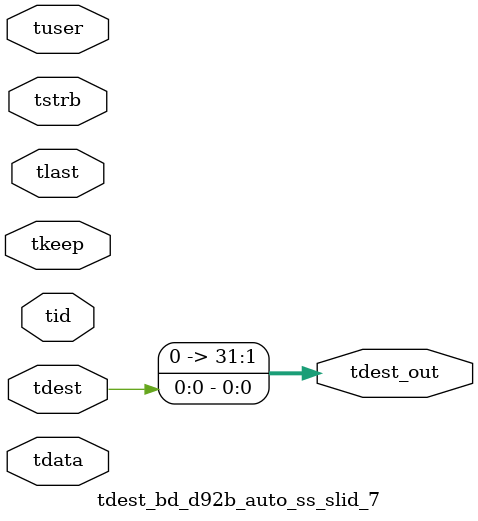
<source format=v>


`timescale 1ps/1ps

module tdest_bd_d92b_auto_ss_slid_7 #
(
parameter C_S_AXIS_TDATA_WIDTH = 32,
parameter C_S_AXIS_TUSER_WIDTH = 0,
parameter C_S_AXIS_TID_WIDTH   = 0,
parameter C_S_AXIS_TDEST_WIDTH = 0,
parameter C_M_AXIS_TDEST_WIDTH = 32
)
(
input  [(C_S_AXIS_TDATA_WIDTH == 0 ? 1 : C_S_AXIS_TDATA_WIDTH)-1:0     ] tdata,
input  [(C_S_AXIS_TUSER_WIDTH == 0 ? 1 : C_S_AXIS_TUSER_WIDTH)-1:0     ] tuser,
input  [(C_S_AXIS_TID_WIDTH   == 0 ? 1 : C_S_AXIS_TID_WIDTH)-1:0       ] tid,
input  [(C_S_AXIS_TDEST_WIDTH == 0 ? 1 : C_S_AXIS_TDEST_WIDTH)-1:0     ] tdest,
input  [(C_S_AXIS_TDATA_WIDTH/8)-1:0 ] tkeep,
input  [(C_S_AXIS_TDATA_WIDTH/8)-1:0 ] tstrb,
input                                                                    tlast,
output [C_M_AXIS_TDEST_WIDTH-1:0] tdest_out
);

assign tdest_out = {3'b000,tdest[0:0]};

endmodule


</source>
